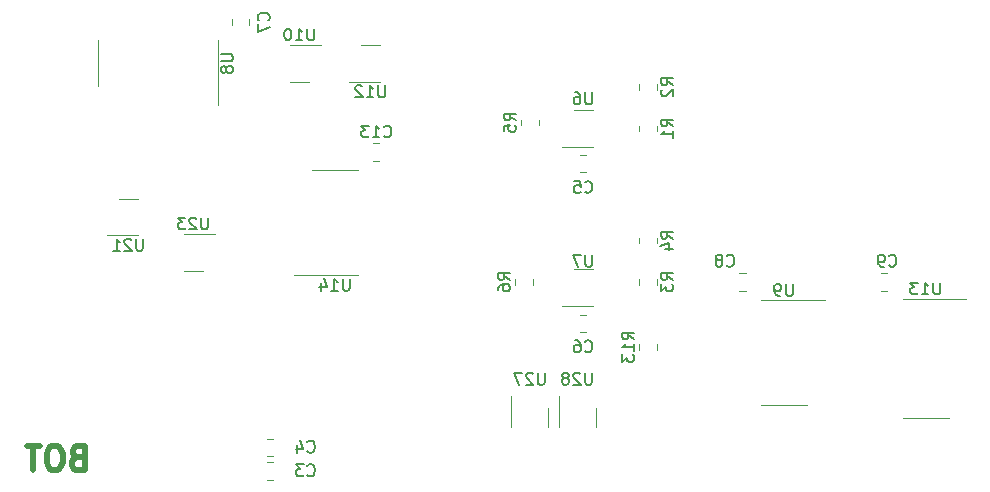
<source format=gbr>
G04 #@! TF.GenerationSoftware,KiCad,Pcbnew,(5.1.8)-1*
G04 #@! TF.CreationDate,2021-02-24T11:35:28+01:00*
G04 #@! TF.ProjectId,UART_peripheral_card_A,55415254-5f70-4657-9269-70686572616c,A V1.0*
G04 #@! TF.SameCoordinates,PX4fa1be0PY3fe56c0*
G04 #@! TF.FileFunction,Legend,Bot*
G04 #@! TF.FilePolarity,Positive*
%FSLAX46Y46*%
G04 Gerber Fmt 4.6, Leading zero omitted, Abs format (unit mm)*
G04 Created by KiCad (PCBNEW (5.1.8)-1) date 2021-02-24 11:35:28*
%MOMM*%
%LPD*%
G01*
G04 APERTURE LIST*
%ADD10C,0.500000*%
%ADD11C,0.120000*%
%ADD12C,0.150000*%
G04 APERTURE END LIST*
D10*
X6666666Y-41357142D02*
X6380952Y-41452380D01*
X6285714Y-41547619D01*
X6190476Y-41738095D01*
X6190476Y-42023809D01*
X6285714Y-42214285D01*
X6380952Y-42309523D01*
X6571428Y-42404761D01*
X7333333Y-42404761D01*
X7333333Y-40404761D01*
X6666666Y-40404761D01*
X6476190Y-40500000D01*
X6380952Y-40595238D01*
X6285714Y-40785714D01*
X6285714Y-40976190D01*
X6380952Y-41166666D01*
X6476190Y-41261904D01*
X6666666Y-41357142D01*
X7333333Y-41357142D01*
X4952380Y-40404761D02*
X4571428Y-40404761D01*
X4380952Y-40500000D01*
X4190476Y-40690476D01*
X4095238Y-41071428D01*
X4095238Y-41738095D01*
X4190476Y-42119047D01*
X4380952Y-42309523D01*
X4571428Y-42404761D01*
X4952380Y-42404761D01*
X5142857Y-42309523D01*
X5333333Y-42119047D01*
X5428571Y-41738095D01*
X5428571Y-41071428D01*
X5333333Y-40690476D01*
X5142857Y-40500000D01*
X4952380Y-40404761D01*
X3523809Y-40404761D02*
X2380952Y-40404761D01*
X2952380Y-42404761D02*
X2952380Y-40404761D01*
D11*
X23261252Y-43235000D02*
X22738748Y-43235000D01*
X23261252Y-41765000D02*
X22738748Y-41765000D01*
X23261252Y-39765000D02*
X22738748Y-39765000D01*
X23261252Y-41235000D02*
X22738748Y-41235000D01*
X49761252Y-17235000D02*
X49238748Y-17235000D01*
X49761252Y-15765000D02*
X49238748Y-15765000D01*
X49761252Y-29265000D02*
X49238748Y-29265000D01*
X49761252Y-30735000D02*
X49238748Y-30735000D01*
X21235000Y-4238748D02*
X21235000Y-4761252D01*
X19765000Y-4238748D02*
X19765000Y-4761252D01*
X62738748Y-27235000D02*
X63261252Y-27235000D01*
X62738748Y-25765000D02*
X63261252Y-25765000D01*
X74738748Y-27235000D02*
X75261252Y-27235000D01*
X74738748Y-25765000D02*
X75261252Y-25765000D01*
X32261252Y-16235000D02*
X31738748Y-16235000D01*
X32261252Y-14765000D02*
X31738748Y-14765000D01*
X54265000Y-13727064D02*
X54265000Y-13272936D01*
X55735000Y-13727064D02*
X55735000Y-13272936D01*
X55735000Y-10227064D02*
X55735000Y-9772936D01*
X54265000Y-10227064D02*
X54265000Y-9772936D01*
X54265000Y-26727064D02*
X54265000Y-26272936D01*
X55735000Y-26727064D02*
X55735000Y-26272936D01*
X55735000Y-23227064D02*
X55735000Y-22772936D01*
X54265000Y-23227064D02*
X54265000Y-22772936D01*
X45735000Y-12772936D02*
X45735000Y-13227064D01*
X44265000Y-12772936D02*
X44265000Y-13227064D01*
X45235000Y-26272936D02*
X45235000Y-26727064D01*
X43765000Y-26272936D02*
X43765000Y-26727064D01*
X55735000Y-31772936D02*
X55735000Y-32227064D01*
X54265000Y-31772936D02*
X54265000Y-32227064D01*
X49500000Y-15060000D02*
X47700000Y-15060000D01*
X49500000Y-15060000D02*
X50300000Y-15060000D01*
X49500000Y-11940000D02*
X48700000Y-11940000D01*
X49500000Y-11940000D02*
X50300000Y-11940000D01*
X49500000Y-25440000D02*
X50300000Y-25440000D01*
X49500000Y-25440000D02*
X48700000Y-25440000D01*
X49500000Y-28560000D02*
X50300000Y-28560000D01*
X49500000Y-28560000D02*
X47700000Y-28560000D01*
X8440000Y-8000000D02*
X8440000Y-6050000D01*
X8440000Y-8000000D02*
X8440000Y-9950000D01*
X18560000Y-8000000D02*
X18560000Y-6050000D01*
X18560000Y-8000000D02*
X18560000Y-11500000D01*
X66500000Y-36935000D02*
X64550000Y-36935000D01*
X66500000Y-36935000D02*
X68450000Y-36935000D01*
X66500000Y-28065000D02*
X64550000Y-28065000D01*
X66500000Y-28065000D02*
X69950000Y-28065000D01*
X25500000Y-6440000D02*
X27300000Y-6440000D01*
X25500000Y-6440000D02*
X24700000Y-6440000D01*
X25500000Y-9560000D02*
X26300000Y-9560000D01*
X25500000Y-9560000D02*
X24700000Y-9560000D01*
X31500000Y-6440000D02*
X32300000Y-6440000D01*
X31500000Y-6440000D02*
X30700000Y-6440000D01*
X31500000Y-9560000D02*
X32300000Y-9560000D01*
X31500000Y-9560000D02*
X29700000Y-9560000D01*
X78500000Y-27940000D02*
X81950000Y-27940000D01*
X78500000Y-27940000D02*
X76550000Y-27940000D01*
X78500000Y-38060000D02*
X80450000Y-38060000D01*
X78500000Y-38060000D02*
X76550000Y-38060000D01*
X28500000Y-25935000D02*
X25050000Y-25935000D01*
X28500000Y-25935000D02*
X30450000Y-25935000D01*
X28500000Y-17065000D02*
X26550000Y-17065000D01*
X28500000Y-17065000D02*
X30450000Y-17065000D01*
X11000000Y-22560000D02*
X9200000Y-22560000D01*
X11000000Y-22560000D02*
X11800000Y-22560000D01*
X11000000Y-19440000D02*
X10200000Y-19440000D01*
X11000000Y-19440000D02*
X11800000Y-19440000D01*
X16500000Y-22440000D02*
X18300000Y-22440000D01*
X16500000Y-22440000D02*
X15700000Y-22440000D01*
X16500000Y-25560000D02*
X17300000Y-25560000D01*
X16500000Y-25560000D02*
X15700000Y-25560000D01*
X46560000Y-38000000D02*
X46560000Y-38800000D01*
X46560000Y-38000000D02*
X46560000Y-37200000D01*
X43440000Y-38000000D02*
X43440000Y-38800000D01*
X43440000Y-38000000D02*
X43440000Y-36200000D01*
X50560000Y-38000000D02*
X50560000Y-38800000D01*
X50560000Y-38000000D02*
X50560000Y-37200000D01*
X47440000Y-38000000D02*
X47440000Y-38800000D01*
X47440000Y-38000000D02*
X47440000Y-36200000D01*
D12*
X26166666Y-42857142D02*
X26214285Y-42904761D01*
X26357142Y-42952380D01*
X26452380Y-42952380D01*
X26595238Y-42904761D01*
X26690476Y-42809523D01*
X26738095Y-42714285D01*
X26785714Y-42523809D01*
X26785714Y-42380952D01*
X26738095Y-42190476D01*
X26690476Y-42095238D01*
X26595238Y-42000000D01*
X26452380Y-41952380D01*
X26357142Y-41952380D01*
X26214285Y-42000000D01*
X26166666Y-42047619D01*
X25833333Y-41952380D02*
X25214285Y-41952380D01*
X25547619Y-42333333D01*
X25404761Y-42333333D01*
X25309523Y-42380952D01*
X25261904Y-42428571D01*
X25214285Y-42523809D01*
X25214285Y-42761904D01*
X25261904Y-42857142D01*
X25309523Y-42904761D01*
X25404761Y-42952380D01*
X25690476Y-42952380D01*
X25785714Y-42904761D01*
X25833333Y-42857142D01*
X26166666Y-40857142D02*
X26214285Y-40904761D01*
X26357142Y-40952380D01*
X26452380Y-40952380D01*
X26595238Y-40904761D01*
X26690476Y-40809523D01*
X26738095Y-40714285D01*
X26785714Y-40523809D01*
X26785714Y-40380952D01*
X26738095Y-40190476D01*
X26690476Y-40095238D01*
X26595238Y-40000000D01*
X26452380Y-39952380D01*
X26357142Y-39952380D01*
X26214285Y-40000000D01*
X26166666Y-40047619D01*
X25309523Y-40285714D02*
X25309523Y-40952380D01*
X25547619Y-39904761D02*
X25785714Y-40619047D01*
X25166666Y-40619047D01*
X49666666Y-18857142D02*
X49714285Y-18904761D01*
X49857142Y-18952380D01*
X49952380Y-18952380D01*
X50095238Y-18904761D01*
X50190476Y-18809523D01*
X50238095Y-18714285D01*
X50285714Y-18523809D01*
X50285714Y-18380952D01*
X50238095Y-18190476D01*
X50190476Y-18095238D01*
X50095238Y-18000000D01*
X49952380Y-17952380D01*
X49857142Y-17952380D01*
X49714285Y-18000000D01*
X49666666Y-18047619D01*
X48761904Y-17952380D02*
X49238095Y-17952380D01*
X49285714Y-18428571D01*
X49238095Y-18380952D01*
X49142857Y-18333333D01*
X48904761Y-18333333D01*
X48809523Y-18380952D01*
X48761904Y-18428571D01*
X48714285Y-18523809D01*
X48714285Y-18761904D01*
X48761904Y-18857142D01*
X48809523Y-18904761D01*
X48904761Y-18952380D01*
X49142857Y-18952380D01*
X49238095Y-18904761D01*
X49285714Y-18857142D01*
X49666666Y-32357142D02*
X49714285Y-32404761D01*
X49857142Y-32452380D01*
X49952380Y-32452380D01*
X50095238Y-32404761D01*
X50190476Y-32309523D01*
X50238095Y-32214285D01*
X50285714Y-32023809D01*
X50285714Y-31880952D01*
X50238095Y-31690476D01*
X50190476Y-31595238D01*
X50095238Y-31500000D01*
X49952380Y-31452380D01*
X49857142Y-31452380D01*
X49714285Y-31500000D01*
X49666666Y-31547619D01*
X48809523Y-31452380D02*
X49000000Y-31452380D01*
X49095238Y-31500000D01*
X49142857Y-31547619D01*
X49238095Y-31690476D01*
X49285714Y-31880952D01*
X49285714Y-32261904D01*
X49238095Y-32357142D01*
X49190476Y-32404761D01*
X49095238Y-32452380D01*
X48904761Y-32452380D01*
X48809523Y-32404761D01*
X48761904Y-32357142D01*
X48714285Y-32261904D01*
X48714285Y-32023809D01*
X48761904Y-31928571D01*
X48809523Y-31880952D01*
X48904761Y-31833333D01*
X49095238Y-31833333D01*
X49190476Y-31880952D01*
X49238095Y-31928571D01*
X49285714Y-32023809D01*
X22857142Y-4333333D02*
X22904761Y-4285714D01*
X22952380Y-4142857D01*
X22952380Y-4047619D01*
X22904761Y-3904761D01*
X22809523Y-3809523D01*
X22714285Y-3761904D01*
X22523809Y-3714285D01*
X22380952Y-3714285D01*
X22190476Y-3761904D01*
X22095238Y-3809523D01*
X22000000Y-3904761D01*
X21952380Y-4047619D01*
X21952380Y-4142857D01*
X22000000Y-4285714D01*
X22047619Y-4333333D01*
X21952380Y-4666666D02*
X21952380Y-5333333D01*
X22952380Y-4904761D01*
X61666666Y-25107142D02*
X61714285Y-25154761D01*
X61857142Y-25202380D01*
X61952380Y-25202380D01*
X62095238Y-25154761D01*
X62190476Y-25059523D01*
X62238095Y-24964285D01*
X62285714Y-24773809D01*
X62285714Y-24630952D01*
X62238095Y-24440476D01*
X62190476Y-24345238D01*
X62095238Y-24250000D01*
X61952380Y-24202380D01*
X61857142Y-24202380D01*
X61714285Y-24250000D01*
X61666666Y-24297619D01*
X61095238Y-24630952D02*
X61190476Y-24583333D01*
X61238095Y-24535714D01*
X61285714Y-24440476D01*
X61285714Y-24392857D01*
X61238095Y-24297619D01*
X61190476Y-24250000D01*
X61095238Y-24202380D01*
X60904761Y-24202380D01*
X60809523Y-24250000D01*
X60761904Y-24297619D01*
X60714285Y-24392857D01*
X60714285Y-24440476D01*
X60761904Y-24535714D01*
X60809523Y-24583333D01*
X60904761Y-24630952D01*
X61095238Y-24630952D01*
X61190476Y-24678571D01*
X61238095Y-24726190D01*
X61285714Y-24821428D01*
X61285714Y-25011904D01*
X61238095Y-25107142D01*
X61190476Y-25154761D01*
X61095238Y-25202380D01*
X60904761Y-25202380D01*
X60809523Y-25154761D01*
X60761904Y-25107142D01*
X60714285Y-25011904D01*
X60714285Y-24821428D01*
X60761904Y-24726190D01*
X60809523Y-24678571D01*
X60904761Y-24630952D01*
X75416666Y-25107142D02*
X75464285Y-25154761D01*
X75607142Y-25202380D01*
X75702380Y-25202380D01*
X75845238Y-25154761D01*
X75940476Y-25059523D01*
X75988095Y-24964285D01*
X76035714Y-24773809D01*
X76035714Y-24630952D01*
X75988095Y-24440476D01*
X75940476Y-24345238D01*
X75845238Y-24250000D01*
X75702380Y-24202380D01*
X75607142Y-24202380D01*
X75464285Y-24250000D01*
X75416666Y-24297619D01*
X74940476Y-25202380D02*
X74750000Y-25202380D01*
X74654761Y-25154761D01*
X74607142Y-25107142D01*
X74511904Y-24964285D01*
X74464285Y-24773809D01*
X74464285Y-24392857D01*
X74511904Y-24297619D01*
X74559523Y-24250000D01*
X74654761Y-24202380D01*
X74845238Y-24202380D01*
X74940476Y-24250000D01*
X74988095Y-24297619D01*
X75035714Y-24392857D01*
X75035714Y-24630952D01*
X74988095Y-24726190D01*
X74940476Y-24773809D01*
X74845238Y-24821428D01*
X74654761Y-24821428D01*
X74559523Y-24773809D01*
X74511904Y-24726190D01*
X74464285Y-24630952D01*
X32642857Y-14177142D02*
X32690476Y-14224761D01*
X32833333Y-14272380D01*
X32928571Y-14272380D01*
X33071428Y-14224761D01*
X33166666Y-14129523D01*
X33214285Y-14034285D01*
X33261904Y-13843809D01*
X33261904Y-13700952D01*
X33214285Y-13510476D01*
X33166666Y-13415238D01*
X33071428Y-13320000D01*
X32928571Y-13272380D01*
X32833333Y-13272380D01*
X32690476Y-13320000D01*
X32642857Y-13367619D01*
X31690476Y-14272380D02*
X32261904Y-14272380D01*
X31976190Y-14272380D02*
X31976190Y-13272380D01*
X32071428Y-13415238D01*
X32166666Y-13510476D01*
X32261904Y-13558095D01*
X31357142Y-13272380D02*
X30738095Y-13272380D01*
X31071428Y-13653333D01*
X30928571Y-13653333D01*
X30833333Y-13700952D01*
X30785714Y-13748571D01*
X30738095Y-13843809D01*
X30738095Y-14081904D01*
X30785714Y-14177142D01*
X30833333Y-14224761D01*
X30928571Y-14272380D01*
X31214285Y-14272380D01*
X31309523Y-14224761D01*
X31357142Y-14177142D01*
X57102380Y-13333333D02*
X56626190Y-13000000D01*
X57102380Y-12761904D02*
X56102380Y-12761904D01*
X56102380Y-13142857D01*
X56150000Y-13238095D01*
X56197619Y-13285714D01*
X56292857Y-13333333D01*
X56435714Y-13333333D01*
X56530952Y-13285714D01*
X56578571Y-13238095D01*
X56626190Y-13142857D01*
X56626190Y-12761904D01*
X57102380Y-14285714D02*
X57102380Y-13714285D01*
X57102380Y-14000000D02*
X56102380Y-14000000D01*
X56245238Y-13904761D01*
X56340476Y-13809523D01*
X56388095Y-13714285D01*
X57102380Y-9833333D02*
X56626190Y-9500000D01*
X57102380Y-9261904D02*
X56102380Y-9261904D01*
X56102380Y-9642857D01*
X56150000Y-9738095D01*
X56197619Y-9785714D01*
X56292857Y-9833333D01*
X56435714Y-9833333D01*
X56530952Y-9785714D01*
X56578571Y-9738095D01*
X56626190Y-9642857D01*
X56626190Y-9261904D01*
X56197619Y-10214285D02*
X56150000Y-10261904D01*
X56102380Y-10357142D01*
X56102380Y-10595238D01*
X56150000Y-10690476D01*
X56197619Y-10738095D01*
X56292857Y-10785714D01*
X56388095Y-10785714D01*
X56530952Y-10738095D01*
X57102380Y-10166666D01*
X57102380Y-10785714D01*
X57102380Y-26333333D02*
X56626190Y-26000000D01*
X57102380Y-25761904D02*
X56102380Y-25761904D01*
X56102380Y-26142857D01*
X56150000Y-26238095D01*
X56197619Y-26285714D01*
X56292857Y-26333333D01*
X56435714Y-26333333D01*
X56530952Y-26285714D01*
X56578571Y-26238095D01*
X56626190Y-26142857D01*
X56626190Y-25761904D01*
X56102380Y-26666666D02*
X56102380Y-27285714D01*
X56483333Y-26952380D01*
X56483333Y-27095238D01*
X56530952Y-27190476D01*
X56578571Y-27238095D01*
X56673809Y-27285714D01*
X56911904Y-27285714D01*
X57007142Y-27238095D01*
X57054761Y-27190476D01*
X57102380Y-27095238D01*
X57102380Y-26809523D01*
X57054761Y-26714285D01*
X57007142Y-26666666D01*
X57102380Y-22833333D02*
X56626190Y-22500000D01*
X57102380Y-22261904D02*
X56102380Y-22261904D01*
X56102380Y-22642857D01*
X56150000Y-22738095D01*
X56197619Y-22785714D01*
X56292857Y-22833333D01*
X56435714Y-22833333D01*
X56530952Y-22785714D01*
X56578571Y-22738095D01*
X56626190Y-22642857D01*
X56626190Y-22261904D01*
X56435714Y-23690476D02*
X57102380Y-23690476D01*
X56054761Y-23452380D02*
X56769047Y-23214285D01*
X56769047Y-23833333D01*
X43802380Y-12833333D02*
X43326190Y-12500000D01*
X43802380Y-12261904D02*
X42802380Y-12261904D01*
X42802380Y-12642857D01*
X42850000Y-12738095D01*
X42897619Y-12785714D01*
X42992857Y-12833333D01*
X43135714Y-12833333D01*
X43230952Y-12785714D01*
X43278571Y-12738095D01*
X43326190Y-12642857D01*
X43326190Y-12261904D01*
X42802380Y-13738095D02*
X42802380Y-13261904D01*
X43278571Y-13214285D01*
X43230952Y-13261904D01*
X43183333Y-13357142D01*
X43183333Y-13595238D01*
X43230952Y-13690476D01*
X43278571Y-13738095D01*
X43373809Y-13785714D01*
X43611904Y-13785714D01*
X43707142Y-13738095D01*
X43754761Y-13690476D01*
X43802380Y-13595238D01*
X43802380Y-13357142D01*
X43754761Y-13261904D01*
X43707142Y-13214285D01*
X43302380Y-26333333D02*
X42826190Y-26000000D01*
X43302380Y-25761904D02*
X42302380Y-25761904D01*
X42302380Y-26142857D01*
X42350000Y-26238095D01*
X42397619Y-26285714D01*
X42492857Y-26333333D01*
X42635714Y-26333333D01*
X42730952Y-26285714D01*
X42778571Y-26238095D01*
X42826190Y-26142857D01*
X42826190Y-25761904D01*
X42302380Y-27190476D02*
X42302380Y-27000000D01*
X42350000Y-26904761D01*
X42397619Y-26857142D01*
X42540476Y-26761904D01*
X42730952Y-26714285D01*
X43111904Y-26714285D01*
X43207142Y-26761904D01*
X43254761Y-26809523D01*
X43302380Y-26904761D01*
X43302380Y-27095238D01*
X43254761Y-27190476D01*
X43207142Y-27238095D01*
X43111904Y-27285714D01*
X42873809Y-27285714D01*
X42778571Y-27238095D01*
X42730952Y-27190476D01*
X42683333Y-27095238D01*
X42683333Y-26904761D01*
X42730952Y-26809523D01*
X42778571Y-26761904D01*
X42873809Y-26714285D01*
X53802380Y-31357142D02*
X53326190Y-31023809D01*
X53802380Y-30785714D02*
X52802380Y-30785714D01*
X52802380Y-31166666D01*
X52850000Y-31261904D01*
X52897619Y-31309523D01*
X52992857Y-31357142D01*
X53135714Y-31357142D01*
X53230952Y-31309523D01*
X53278571Y-31261904D01*
X53326190Y-31166666D01*
X53326190Y-30785714D01*
X53802380Y-32309523D02*
X53802380Y-31738095D01*
X53802380Y-32023809D02*
X52802380Y-32023809D01*
X52945238Y-31928571D01*
X53040476Y-31833333D01*
X53088095Y-31738095D01*
X52802380Y-32642857D02*
X52802380Y-33261904D01*
X53183333Y-32928571D01*
X53183333Y-33071428D01*
X53230952Y-33166666D01*
X53278571Y-33214285D01*
X53373809Y-33261904D01*
X53611904Y-33261904D01*
X53707142Y-33214285D01*
X53754761Y-33166666D01*
X53802380Y-33071428D01*
X53802380Y-32785714D01*
X53754761Y-32690476D01*
X53707142Y-32642857D01*
X50261904Y-10452380D02*
X50261904Y-11261904D01*
X50214285Y-11357142D01*
X50166666Y-11404761D01*
X50071428Y-11452380D01*
X49880952Y-11452380D01*
X49785714Y-11404761D01*
X49738095Y-11357142D01*
X49690476Y-11261904D01*
X49690476Y-10452380D01*
X48785714Y-10452380D02*
X48976190Y-10452380D01*
X49071428Y-10500000D01*
X49119047Y-10547619D01*
X49214285Y-10690476D01*
X49261904Y-10880952D01*
X49261904Y-11261904D01*
X49214285Y-11357142D01*
X49166666Y-11404761D01*
X49071428Y-11452380D01*
X48880952Y-11452380D01*
X48785714Y-11404761D01*
X48738095Y-11357142D01*
X48690476Y-11261904D01*
X48690476Y-11023809D01*
X48738095Y-10928571D01*
X48785714Y-10880952D01*
X48880952Y-10833333D01*
X49071428Y-10833333D01*
X49166666Y-10880952D01*
X49214285Y-10928571D01*
X49261904Y-11023809D01*
X50261904Y-24202380D02*
X50261904Y-25011904D01*
X50214285Y-25107142D01*
X50166666Y-25154761D01*
X50071428Y-25202380D01*
X49880952Y-25202380D01*
X49785714Y-25154761D01*
X49738095Y-25107142D01*
X49690476Y-25011904D01*
X49690476Y-24202380D01*
X49309523Y-24202380D02*
X48642857Y-24202380D01*
X49071428Y-25202380D01*
X18852380Y-7238095D02*
X19661904Y-7238095D01*
X19757142Y-7285714D01*
X19804761Y-7333333D01*
X19852380Y-7428571D01*
X19852380Y-7619047D01*
X19804761Y-7714285D01*
X19757142Y-7761904D01*
X19661904Y-7809523D01*
X18852380Y-7809523D01*
X19280952Y-8428571D02*
X19233333Y-8333333D01*
X19185714Y-8285714D01*
X19090476Y-8238095D01*
X19042857Y-8238095D01*
X18947619Y-8285714D01*
X18900000Y-8333333D01*
X18852380Y-8428571D01*
X18852380Y-8619047D01*
X18900000Y-8714285D01*
X18947619Y-8761904D01*
X19042857Y-8809523D01*
X19090476Y-8809523D01*
X19185714Y-8761904D01*
X19233333Y-8714285D01*
X19280952Y-8619047D01*
X19280952Y-8428571D01*
X19328571Y-8333333D01*
X19376190Y-8285714D01*
X19471428Y-8238095D01*
X19661904Y-8238095D01*
X19757142Y-8285714D01*
X19804761Y-8333333D01*
X19852380Y-8428571D01*
X19852380Y-8619047D01*
X19804761Y-8714285D01*
X19757142Y-8761904D01*
X19661904Y-8809523D01*
X19471428Y-8809523D01*
X19376190Y-8761904D01*
X19328571Y-8714285D01*
X19280952Y-8619047D01*
X67261904Y-26672380D02*
X67261904Y-27481904D01*
X67214285Y-27577142D01*
X67166666Y-27624761D01*
X67071428Y-27672380D01*
X66880952Y-27672380D01*
X66785714Y-27624761D01*
X66738095Y-27577142D01*
X66690476Y-27481904D01*
X66690476Y-26672380D01*
X66166666Y-27672380D02*
X65976190Y-27672380D01*
X65880952Y-27624761D01*
X65833333Y-27577142D01*
X65738095Y-27434285D01*
X65690476Y-27243809D01*
X65690476Y-26862857D01*
X65738095Y-26767619D01*
X65785714Y-26720000D01*
X65880952Y-26672380D01*
X66071428Y-26672380D01*
X66166666Y-26720000D01*
X66214285Y-26767619D01*
X66261904Y-26862857D01*
X66261904Y-27100952D01*
X66214285Y-27196190D01*
X66166666Y-27243809D01*
X66071428Y-27291428D01*
X65880952Y-27291428D01*
X65785714Y-27243809D01*
X65738095Y-27196190D01*
X65690476Y-27100952D01*
X26738095Y-5052380D02*
X26738095Y-5861904D01*
X26690476Y-5957142D01*
X26642857Y-6004761D01*
X26547619Y-6052380D01*
X26357142Y-6052380D01*
X26261904Y-6004761D01*
X26214285Y-5957142D01*
X26166666Y-5861904D01*
X26166666Y-5052380D01*
X25166666Y-6052380D02*
X25738095Y-6052380D01*
X25452380Y-6052380D02*
X25452380Y-5052380D01*
X25547619Y-5195238D01*
X25642857Y-5290476D01*
X25738095Y-5338095D01*
X24547619Y-5052380D02*
X24452380Y-5052380D01*
X24357142Y-5100000D01*
X24309523Y-5147619D01*
X24261904Y-5242857D01*
X24214285Y-5433333D01*
X24214285Y-5671428D01*
X24261904Y-5861904D01*
X24309523Y-5957142D01*
X24357142Y-6004761D01*
X24452380Y-6052380D01*
X24547619Y-6052380D01*
X24642857Y-6004761D01*
X24690476Y-5957142D01*
X24738095Y-5861904D01*
X24785714Y-5671428D01*
X24785714Y-5433333D01*
X24738095Y-5242857D01*
X24690476Y-5147619D01*
X24642857Y-5100000D01*
X24547619Y-5052380D01*
X32738095Y-9852380D02*
X32738095Y-10661904D01*
X32690476Y-10757142D01*
X32642857Y-10804761D01*
X32547619Y-10852380D01*
X32357142Y-10852380D01*
X32261904Y-10804761D01*
X32214285Y-10757142D01*
X32166666Y-10661904D01*
X32166666Y-9852380D01*
X31166666Y-10852380D02*
X31738095Y-10852380D01*
X31452380Y-10852380D02*
X31452380Y-9852380D01*
X31547619Y-9995238D01*
X31642857Y-10090476D01*
X31738095Y-10138095D01*
X30785714Y-9947619D02*
X30738095Y-9900000D01*
X30642857Y-9852380D01*
X30404761Y-9852380D01*
X30309523Y-9900000D01*
X30261904Y-9947619D01*
X30214285Y-10042857D01*
X30214285Y-10138095D01*
X30261904Y-10280952D01*
X30833333Y-10852380D01*
X30214285Y-10852380D01*
X79738095Y-26552380D02*
X79738095Y-27361904D01*
X79690476Y-27457142D01*
X79642857Y-27504761D01*
X79547619Y-27552380D01*
X79357142Y-27552380D01*
X79261904Y-27504761D01*
X79214285Y-27457142D01*
X79166666Y-27361904D01*
X79166666Y-26552380D01*
X78166666Y-27552380D02*
X78738095Y-27552380D01*
X78452380Y-27552380D02*
X78452380Y-26552380D01*
X78547619Y-26695238D01*
X78642857Y-26790476D01*
X78738095Y-26838095D01*
X77833333Y-26552380D02*
X77214285Y-26552380D01*
X77547619Y-26933333D01*
X77404761Y-26933333D01*
X77309523Y-26980952D01*
X77261904Y-27028571D01*
X77214285Y-27123809D01*
X77214285Y-27361904D01*
X77261904Y-27457142D01*
X77309523Y-27504761D01*
X77404761Y-27552380D01*
X77690476Y-27552380D01*
X77785714Y-27504761D01*
X77833333Y-27457142D01*
X29738095Y-26232380D02*
X29738095Y-27041904D01*
X29690476Y-27137142D01*
X29642857Y-27184761D01*
X29547619Y-27232380D01*
X29357142Y-27232380D01*
X29261904Y-27184761D01*
X29214285Y-27137142D01*
X29166666Y-27041904D01*
X29166666Y-26232380D01*
X28166666Y-27232380D02*
X28738095Y-27232380D01*
X28452380Y-27232380D02*
X28452380Y-26232380D01*
X28547619Y-26375238D01*
X28642857Y-26470476D01*
X28738095Y-26518095D01*
X27309523Y-26565714D02*
X27309523Y-27232380D01*
X27547619Y-26184761D02*
X27785714Y-26899047D01*
X27166666Y-26899047D01*
X12238095Y-22852380D02*
X12238095Y-23661904D01*
X12190476Y-23757142D01*
X12142857Y-23804761D01*
X12047619Y-23852380D01*
X11857142Y-23852380D01*
X11761904Y-23804761D01*
X11714285Y-23757142D01*
X11666666Y-23661904D01*
X11666666Y-22852380D01*
X11238095Y-22947619D02*
X11190476Y-22900000D01*
X11095238Y-22852380D01*
X10857142Y-22852380D01*
X10761904Y-22900000D01*
X10714285Y-22947619D01*
X10666666Y-23042857D01*
X10666666Y-23138095D01*
X10714285Y-23280952D01*
X11285714Y-23852380D01*
X10666666Y-23852380D01*
X9714285Y-23852380D02*
X10285714Y-23852380D01*
X10000000Y-23852380D02*
X10000000Y-22852380D01*
X10095238Y-22995238D01*
X10190476Y-23090476D01*
X10285714Y-23138095D01*
X17738095Y-21052380D02*
X17738095Y-21861904D01*
X17690476Y-21957142D01*
X17642857Y-22004761D01*
X17547619Y-22052380D01*
X17357142Y-22052380D01*
X17261904Y-22004761D01*
X17214285Y-21957142D01*
X17166666Y-21861904D01*
X17166666Y-21052380D01*
X16738095Y-21147619D02*
X16690476Y-21100000D01*
X16595238Y-21052380D01*
X16357142Y-21052380D01*
X16261904Y-21100000D01*
X16214285Y-21147619D01*
X16166666Y-21242857D01*
X16166666Y-21338095D01*
X16214285Y-21480952D01*
X16785714Y-22052380D01*
X16166666Y-22052380D01*
X15833333Y-21052380D02*
X15214285Y-21052380D01*
X15547619Y-21433333D01*
X15404761Y-21433333D01*
X15309523Y-21480952D01*
X15261904Y-21528571D01*
X15214285Y-21623809D01*
X15214285Y-21861904D01*
X15261904Y-21957142D01*
X15309523Y-22004761D01*
X15404761Y-22052380D01*
X15690476Y-22052380D01*
X15785714Y-22004761D01*
X15833333Y-21957142D01*
X46238095Y-34202380D02*
X46238095Y-35011904D01*
X46190476Y-35107142D01*
X46142857Y-35154761D01*
X46047619Y-35202380D01*
X45857142Y-35202380D01*
X45761904Y-35154761D01*
X45714285Y-35107142D01*
X45666666Y-35011904D01*
X45666666Y-34202380D01*
X45238095Y-34297619D02*
X45190476Y-34250000D01*
X45095238Y-34202380D01*
X44857142Y-34202380D01*
X44761904Y-34250000D01*
X44714285Y-34297619D01*
X44666666Y-34392857D01*
X44666666Y-34488095D01*
X44714285Y-34630952D01*
X45285714Y-35202380D01*
X44666666Y-35202380D01*
X44333333Y-34202380D02*
X43666666Y-34202380D01*
X44095238Y-35202380D01*
X50238095Y-34202380D02*
X50238095Y-35011904D01*
X50190476Y-35107142D01*
X50142857Y-35154761D01*
X50047619Y-35202380D01*
X49857142Y-35202380D01*
X49761904Y-35154761D01*
X49714285Y-35107142D01*
X49666666Y-35011904D01*
X49666666Y-34202380D01*
X49238095Y-34297619D02*
X49190476Y-34250000D01*
X49095238Y-34202380D01*
X48857142Y-34202380D01*
X48761904Y-34250000D01*
X48714285Y-34297619D01*
X48666666Y-34392857D01*
X48666666Y-34488095D01*
X48714285Y-34630952D01*
X49285714Y-35202380D01*
X48666666Y-35202380D01*
X48095238Y-34630952D02*
X48190476Y-34583333D01*
X48238095Y-34535714D01*
X48285714Y-34440476D01*
X48285714Y-34392857D01*
X48238095Y-34297619D01*
X48190476Y-34250000D01*
X48095238Y-34202380D01*
X47904761Y-34202380D01*
X47809523Y-34250000D01*
X47761904Y-34297619D01*
X47714285Y-34392857D01*
X47714285Y-34440476D01*
X47761904Y-34535714D01*
X47809523Y-34583333D01*
X47904761Y-34630952D01*
X48095238Y-34630952D01*
X48190476Y-34678571D01*
X48238095Y-34726190D01*
X48285714Y-34821428D01*
X48285714Y-35011904D01*
X48238095Y-35107142D01*
X48190476Y-35154761D01*
X48095238Y-35202380D01*
X47904761Y-35202380D01*
X47809523Y-35154761D01*
X47761904Y-35107142D01*
X47714285Y-35011904D01*
X47714285Y-34821428D01*
X47761904Y-34726190D01*
X47809523Y-34678571D01*
X47904761Y-34630952D01*
M02*

</source>
